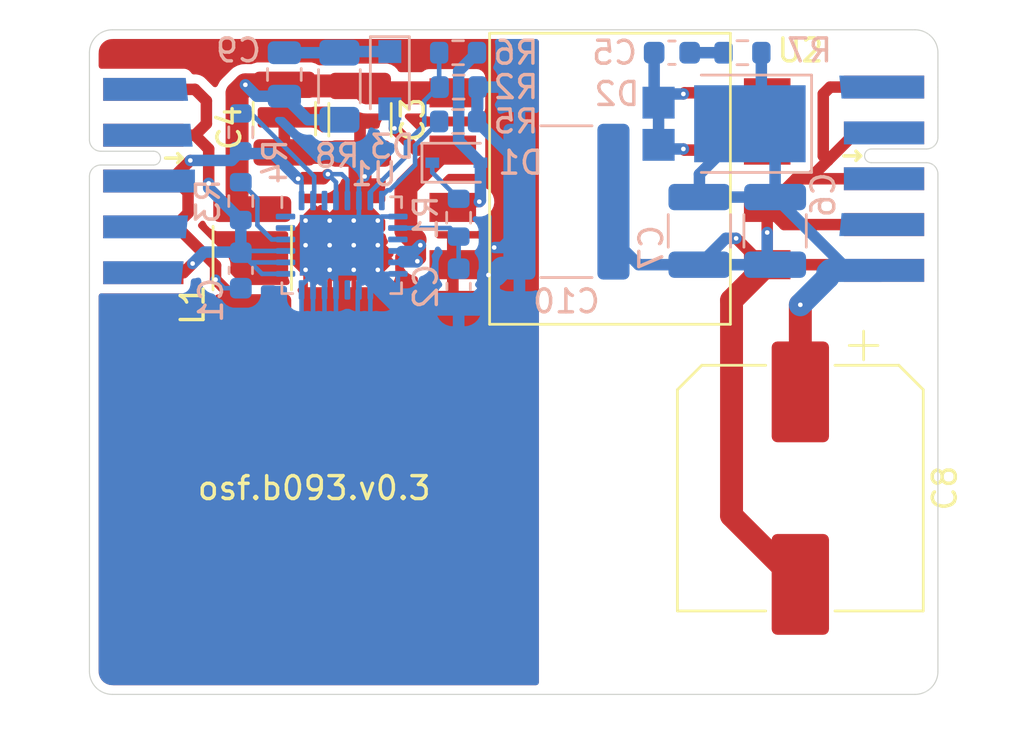
<source format=kicad_pcb>
(kicad_pcb (version 20211014) (generator pcbnew)
  (layers (0 "F.Cu" signal) (31 "B.Cu" signal) (34 "B.Paste" user) (35 "F.Paste" user) (36 "B.SilkS" user "B.Silkscreen") (37 "F.SilkS" user "F.Silkscreen") (38 "B.Mask" user) (39 "F.Mask" user) (44 "Edge.Cuts" user))
  (net 0 "")
  (net 1 "GND")
  (net 2 "Net-(R3-Pad1)")
  (net 3 "Net-(C2-Pad1)")
  (net 4 "/Controller/PoE-")
  (net 5 "/Controller/GNDPWR")
  (net 6 "/Controller/5V")
  (net 7 "Net-(R4-Pad2)")
  (net 8 "Net-(R5-Pad1)")
  (net 9 "/Controller/PoE+")
  (net 16 "Net-(C5-Pad1)")
  (net 17 "Net-(C5-Pad2)")
  (net 18 "Net-(D1-Pad1)")
  (net 19 "Net-(R2-Pad1)")
  (net 20 "Net-(C3-Pad1)")
  (net 21 "Net-(C9-Pad2)")
  (net 22 "Net-(D3-Pad2)")
  (net 23 "Net-(D1-Pad2)")
  (footprint "on_edge:on_edge_2x05_device" (layer "F.Cu") (at 77 80.6 -90)
    (fp_text reference "J1")
    (fp_text value "013_PoE_rectified")
    (fp_line (start -1 -4.05) (end -0.8 -3.85) (layer "F.SilkS") (width 0.153))
    (fp_line (start -1.2 -3.85) (end -1 -4.05) (layer "F.SilkS") (width 0.153))
    (fp_line (start -1 -4.05) (end -1 -3.323) (layer "F.SilkS") (width 0.153))
    (fp_line (start -0.2 0) (end 4 0) (layer "Edge.Cuts") (width 0.05))
    (fp_line (start -4 0) (end -1.8 0) (layer "Edge.Cuts") (width 0.05))
    (fp_line (start -0.7 -0.5) (end -0.7 -2.8) (layer "Edge.Cuts") (width 0.05))
    (fp_line (start -1.3 -2.8) (end -1.3 -0.5) (layer "Edge.Cuts") (width 0.05))
    (fp_arc (start -1.3 -2.8) (mid -1 -3.1) (end -0.7 -2.8) (layer "Edge.Cuts") (width 0.05))
    (fp_arc (start -1.3 -0.5) (mid -1.446447 -0.146447) (end -1.8 0) (layer "Edge.Cuts") (width 0.05))
    (fp_arc (start -0.2 0) (mid -0.553553 -0.146447) (end -0.7 -0.5) (layer "Edge.Cuts") (width 0.05))
    (pad "1" smd rect (at -4 -2.35 90) (size 1 3.5) (layers "F.Cu" "F.Mask") (net 4 "/Controller/PoE-"))
    (pad "2" smd rect (at -2 -2.35 270) (size 1 3.5) (layers "F.Cu" "F.Mask") (net 4 "/Controller/PoE-"))
    (pad "3" smd rect (at 0 -2.35 270) (size 1 3.5) (layers "F.Cu" "F.Mask") (net 9 "/Controller/PoE+"))
    (pad "4" smd rect (at 2 -2.35 90) (size 1 3.5) (layers "F.Cu" "F.Mask") (net 9 "/Controller/PoE+"))
    (pad "5" smd rect (at 4 -2.35 90) (size 1 3.5) (layers "F.Cu" "F.Mask") (net 4 "/Controller/PoE-"))
    (pad "6" smd custom (at -4 -2.4 270) (size 1 3.6) (layers "B.Cu" "B.Mask") (options (clearance outline) (anchor rect)) (primitives (gr_poly (pts (xy 0.5 -1.8) (xy 0.5 -1.9) (xy -0.5 -1.8)) (width 0) (fill yes))))
    (pad "7" smd custom (at -2 -2.1 270) (size 1 3) (layers "B.Cu" "B.Mask") (options (clearance outline) (anchor rect)) (primitives (gr_poly (pts (xy 0.3 -0.51) (xy 0.31 -0.62) (xy 0.33 -0.7) (xy 0.35 -0.76) (xy 0.37 -0.81) (xy 0.4 -0.86) (xy 0.44 -0.92) (xy 0.48 -0.97) (xy 0.5 -0.99) (xy 0.5 -2.4) (xy -0.5 -2.3) (xy -0.5 1.5) (xy 0.3 1.5)) (width 0) (fill yes))))
    (pad "8" smd rect (at 0 -2.6 270) (size 1 4) (layers "B.Cu" "B.Mask"))
    (pad "9" smd custom (at 2 -2.4 270) (size 1 3.6) (layers "B.Cu" "B.Mask") (options (clearance outline) (anchor rect)) (primitives (gr_poly (pts (xy -0.5 -1.8) (xy -0.5 -1.9) (xy 0.5 -1.8)) (width 0) (fill yes))))
    (pad "10" smd custom (at 4 -2.3 270) (size 1 3.4) (layers "B.Cu" "B.Mask") (options (clearance outline) (anchor rect)) (primitives (gr_poly (pts (xy -0.5 -1.7) (xy -0.5 -1.8) (xy 0.5 -1.7)) (width 0) (fill yes))))
  )
  (footprint "on_edge:on_edge_2x05_host" (layer "F.Cu") (at 114 80.5 -90)
    (fp_text reference "J2")
    (fp_text value "003_power")
    (fp_line (start -0.8 3.573) (end -1 3.373) (layer "F.SilkS") (width 0.153))
    (fp_line (start -1 4.1) (end -1 3.373) (layer "F.SilkS") (width 0.153))
    (fp_line (start -1 3.373) (end -1.2 3.573) (layer "F.SilkS") (width 0.153))
    (fp_line (start -4 0) (end -1.8 0) (layer "Edge.Cuts") (width 0.05))
    (fp_line (start -0.2 0) (end 4 0) (layer "Edge.Cuts") (width 0.05))
    (fp_line (start -0.7 2.9) (end -0.7 0.5) (layer "Edge.Cuts") (width 0.05))
    (fp_line (start -1.3 0.5) (end -1.3 2.9) (layer "Edge.Cuts") (width 0.05))
    (fp_arc (start -1.8 0) (mid -1.446447 0.146447) (end -1.3 0.5) (layer "Edge.Cuts") (width 0.05))
    (fp_arc (start -0.7 0.5) (mid -0.553553 0.146447) (end -0.2 0) (layer "Edge.Cuts") (width 0.05))
    (fp_arc (start -0.7 2.9) (mid -1 3.2) (end -1.3 2.9) (layer "Edge.Cuts") (width 0.05))
    (pad "1" smd rect (at -4 2.35 270) (size 1 3.5) (layers "F.Cu" "F.Mask") (net 1 "GND"))
    (pad "2" smd rect (at -2 2.35 270) (size 1 3.5) (layers "F.Cu" "F.Mask") (net 1 "GND"))
    (pad "3" smd rect (at 0 2.35 270) (size 1 3.5) (layers "F.Cu" "F.Mask") (net 1 "GND"))
    (pad "4" smd rect (at 2 2.35 270) (size 1 3.5) (layers "F.Cu" "F.Mask") (net 1 "GND"))
    (pad "5" smd rect (at 4 2.35 270) (size 1 3.5) (layers "F.Cu" "F.Mask") (net 1 "GND"))
    (pad "6" smd custom (at -4 2.4 90) (size 1 3.6) (layers "B.Cu" "B.Mask") (options (clearance outline) (anchor rect)) (primitives (gr_poly (pts (xy 0.5 -1.8) (xy -0.5 -1.8) (xy 0.5 -1.9)) (width 0) (fill yes))))
    (pad "7" smd rect (at -2 2.35 90) (size 1 3.5) (layers "B.Cu" "B.Mask"))
    (pad "8" smd rect (at 0 2.35 90) (size 1 3.5) (layers "B.Cu" "B.Mask"))
    (pad "9" smd custom (at 2 2.4 90) (size 1 3.6) (layers "B.Cu" "B.Mask") (options (clearance outline) (anchor rect)) (primitives (gr_poly (pts (xy 0.5 -1.8) (xy -0.5 -1.8) (xy -0.5 -1.9)) (width 0) (fill yes))))
    (pad "10" smd custom (at 4 2.5 90) (size 1 3.8) (layers "B.Cu" "B.Mask") (net 6 "/Controller/5V") (options (clearance outline) (anchor rect)) (primitives (gr_poly (pts (xy 0.5 -1.9) (xy -0.5 -1.9) (xy -0.5 -2)) (width 0) (fill yes))))
  )
  (footprint "Capacitor_SMD:C_1210_3225Metric" (layer "F.Cu") (at 85.5 77.875 -90)
    (fp_text reference "C4" (at 0.4 2.4 90) (layer "F.SilkS"))
    (fp_text value "10uF")
    (fp_line (start -0.711252 1.36) (end 0.711252 1.36) (layer "F.SilkS") (width 0.12))
    (fp_line (start -0.711252 -1.36) (end 0.711252 -1.36) (layer "F.SilkS") (width 0.12))
    (pad "1" smd roundrect locked (at -1.475 0 270) (size 1.15 2.7) (layers "F.Cu" "F.Paste" "F.Mask") (roundrect_rratio 0.217391) (net 20 "Net-(C3-Pad1)"))
    (pad "2" smd roundrect locked (at 1.475 0 270) (size 1.15 2.7) (layers "F.Cu" "F.Paste" "F.Mask") (roundrect_rratio 0.217391) (net 5 "/Controller/GNDPWR"))
  )
  (footprint "Capacitor_SMD:C_1210_3225Metric" (layer "F.Cu") (at 88.8 77.925 -90)
    (fp_text reference "C3" (at 0 -2.3 90) (layer "F.SilkS"))
    (fp_text value "2.2uF")
    (fp_line (start -0.711252 -1.36) (end 0.711252 -1.36) (layer "F.SilkS") (width 0.12))
    (fp_line (start -0.711252 1.36) (end 0.711252 1.36) (layer "F.SilkS") (width 0.12))
    (pad "1" smd roundrect locked (at -1.475 0 270) (size 1.15 2.7) (layers "F.Cu" "F.Paste" "F.Mask") (roundrect_rratio 0.217391) (net 20 "Net-(C3-Pad1)"))
    (pad "2" smd roundrect locked (at 1.475 0 270) (size 1.15 2.7) (layers "F.Cu" "F.Paste" "F.Mask") (roundrect_rratio 0.217391) (net 5 "/Controller/GNDPWR"))
  )
  (footprint "Inductor_SMD:L_1812_4532Metric" (layer "F.Cu") (at 84.1 83.9625 90)
    (fp_text reference "L1" (at -2.0375 -2.6 90) (layer "F.SilkS"))
    (fp_text value "0R")
    (fp_line (start -1.386252 1.71) (end 1.386252 1.71) (layer "F.SilkS") (width 0.12))
    (fp_line (start -1.386252 -1.71) (end 1.386252 -1.71) (layer "F.SilkS") (width 0.12))
    (pad "1" smd roundrect (at -2.1375 0 90) (size 1.125 3.4) (layers "F.Cu" "F.Paste" "F.Mask") (roundrect_rratio 0.222222) (net 9 "/Controller/PoE+"))
    (pad "2" smd roundrect (at 2.1375 0 90) (size 1.125 3.4) (layers "F.Cu" "F.Paste" "F.Mask") (roundrect_rratio 0.222222) (net 20 "Net-(C3-Pad1)"))
  )
  (footprint "Capacitor_SMD:CP_Elec_10x10.5" (layer "F.Cu") (at 108 94 -90)
    (fp_text reference "C8" (at 0 -6.3 90) (layer "F.SilkS"))
    (fp_text value "220uF")
    (fp_line (start 5.36 5.36) (end 5.36 1.51) (layer "F.SilkS") (width 0.12))
    (fp_line (start -4.295563 -5.36) (end 5.36 -5.36) (layer "F.SilkS") (width 0.12))
    (fp_line (start -6.225 -3.385) (end -6.225 -2.135) (layer "F.SilkS") (width 0.12))
    (fp_line (start -4.295563 5.36) (end 5.36 5.36) (layer "F.SilkS") (width 0.12))
    (fp_line (start -5.36 4.295563) (end -5.36 1.51) (layer "F.SilkS") (width 0.12))
    (fp_line (start -6.85 -2.76) (end -5.6 -2.76) (layer "F.SilkS") (width 0.12))
    (fp_line (start 5.36 -5.36) (end 5.36 -1.51) (layer "F.SilkS") (width 0.12))
    (fp_line (start -5.36 -4.295563) (end -5.36 -1.51) (layer "F.SilkS") (width 0.12))
    (fp_line (start -5.36 -4.295563) (end -4.295563 -5.36) (layer "F.SilkS") (width 0.12))
    (fp_line (start -5.36 4.295563) (end -4.295563 5.36) (layer "F.SilkS") (width 0.12))
    (pad "1" smd roundrect (at -4.2 0 270) (size 4.4 2.5) (layers "F.Cu" "F.Paste" "F.Mask") (roundrect_rratio 0.1) (net 6 "/Controller/5V"))
    (pad "2" smd roundrect (at 4.2 0 270) (size 4.4 2.5) (layers "F.Cu" "F.Paste" "F.Mask") (roundrect_rratio 0.1) (net 1 "GND"))
  )
  (footprint "local:Transformer_Coilcraft_POE70P" (layer "F.Cu") (at 99.7 80.5)
    (fp_text reference "U2" (at 8.3 -5.6) (layer "F.SilkS"))
    (fp_text value "POE70P-12L")
    (fp_line (start 5.25 -6.35) (end -5.25 -6.35) (layer "F.SilkS") (width 0.12))
    (fp_line (start -5.25 6.35) (end 5.25 6.35) (layer "F.SilkS") (width 0.12))
    (fp_line (start -5.25 -6.35) (end -5.25 6.35) (layer "F.SilkS") (width 0.12))
    (fp_line (start 5.25 6.35) (end 5.25 -6.35) (layer "F.SilkS") (width 0.12))
    (pad "1" smd rect locked (at -6.855 3.75) (size 2.03 1.27) (layers "F.Cu" "F.Paste" "F.Mask") (net 5 "/Controller/GNDPWR"))
    (pad "2" smd rect locked (at -6.855 1.25) (size 2.03 1.27) (layers "F.Cu" "F.Paste" "F.Mask") (net 23 "Net-(D1-Pad2)"))
    (pad "3" smd rect locked (at -6.855 -1.25) (size 2.03 1.27) (layers "F.Cu" "F.Paste" "F.Mask") (net 22 "Net-(D3-Pad2)"))
    (pad "4" smd rect locked (at -6.855 -3.75) (size 2.03 1.27) (layers "F.Cu" "F.Paste" "F.Mask") (net 20 "Net-(C3-Pad1)"))
    (pad "5" smd rect locked (at 6.855 -3.75) (size 2.03 1.27) (layers "F.Cu" "F.Paste" "F.Mask") (net 16 "Net-(C5-Pad1)"))
    (pad "6" smd rect locked (at 6.855 -1.25) (size 2.03 1.27) (layers "F.Cu" "F.Paste" "F.Mask") (net 16 "Net-(C5-Pad1)"))
    (pad "7" smd rect locked (at 6.855 1.25) (size 2.03 1.27) (layers "F.Cu" "F.Paste" "F.Mask") (net 1 "GND"))
    (pad "8" smd rect locked (at 6.855 3.75) (size 2.03 1.27) (layers "F.Cu" "F.Paste" "F.Mask") (net 1 "GND"))
  )
  (footprint "Capacitor_SMD:C_0603_1608Metric" (layer "B.Cu") (at 83.6 84.5 90)
    (fp_text reference "C1" (at -1.3 -1.3 90) (layer "B.SilkS") (effects (justify mirror)))
    (fp_text value "100n")
    (fp_line (start -0.14058 -0.51) (end 0.14058 -0.51) (layer "B.SilkS") (width 0.12))
    (fp_line (start -0.14058 0.51) (end 0.14058 0.51) (layer "B.SilkS") (width 0.12))
    (pad "1" smd roundrect locked (at -0.775 0 90) (size 0.9 0.95) (layers "B.Cu" "B.Paste" "B.Mask") (net 9 "/Controller/PoE+"))
    (pad "2" smd roundrect locked (at 0.775 0 90) (size 0.9 0.95) (layers "B.Cu" "B.Paste" "B.Mask") (net 4 "/Controller/PoE-"))
  )
  (footprint "Capacitor_SMD:C_0603_1608Metric" (layer "B.Cu") (at 93.1 85.2 -90)
    (fp_text reference "C2" (at 0 1.43 90) (layer "B.SilkS") (effects (justify mirror)))
    (fp_text value "1uF")
    (fp_line (start -0.14058 0.51) (end 0.14058 0.51) (layer "B.SilkS") (width 0.12))
    (fp_line (start -0.14058 -0.51) (end 0.14058 -0.51) (layer "B.SilkS") (width 0.12))
    (pad "1" smd roundrect locked (at -0.775 0 270) (size 0.9 0.95) (layers "B.Cu" "B.Paste" "B.Mask") (net 3 "Net-(C2-Pad1)"))
    (pad "2" smd roundrect locked (at 0.775 0 270) (size 0.9 0.95) (layers "B.Cu" "B.Paste" "B.Mask") (net 5 "/Controller/GNDPWR"))
  )
  (footprint "Resistor_SMD:R_0603_1608Metric" (layer "B.Cu") (at 83.6 81.475 -90)
    (fp_text reference "R3" (at 0 1.43 90) (layer "B.SilkS") (effects (justify mirror)))
    (fp_text value "41.2R")
    (fp_line (start -0.237258 0.5225) (end 0.237258 0.5225) (layer "B.SilkS") (width 0.12))
    (fp_line (start -0.237258 -0.5225) (end 0.237258 -0.5225) (layer "B.SilkS") (width 0.12))
    (pad "1" smd roundrect locked (at -0.825 0 270) (size 0.8 0.95) (layers "B.Cu" "B.Paste" "B.Mask") (net 2 "Net-(R3-Pad1)"))
    (pad "2" smd roundrect locked (at 0.825 0 270) (size 0.8 0.95) (layers "B.Cu" "B.Paste" "B.Mask") (net 4 "/Controller/PoE-"))
  )
  (footprint "Resistor_SMD:R_0603_1608Metric" (layer "B.Cu") (at 93.075 78)
    (fp_text reference "R5" (at 2.525 0) (layer "B.SilkS") (effects (justify mirror)))
    (fp_text value "49.9k")
    (fp_line (start -0.237258 -0.5225) (end 0.237258 -0.5225) (layer "B.SilkS") (width 0.12))
    (fp_line (start -0.237258 0.5225) (end 0.237258 0.5225) (layer "B.SilkS") (width 0.12))
    (pad "1" smd roundrect locked (at -0.825 0) (size 0.8 0.95) (layers "B.Cu" "B.Paste" "B.Mask") (net 8 "Net-(R5-Pad1)"))
    (pad "2" smd roundrect locked (at 0.825 0) (size 0.8 0.95) (layers "B.Cu" "B.Paste" "B.Mask") (net 5 "/Controller/GNDPWR"))
  )
  (footprint "Package_DFN_QFN:QFN-28-1EP_4x5mm_P0.5mm_EP2.65x3.65mm_ThermalVias" (layer "B.Cu") (at 88 83.4 -90)
    (fp_text reference "U1" (at -3.1 -1.4 180) (layer "B.SilkS") (effects (justify mirror)))
    (fp_text value "MP8007")
    (fp_line (start 2.11 2.61) (end 2.11 2.135) (layer "B.SilkS") (width 0.12))
    (fp_line (start 1.635 -2.61) (end 2.11 -2.61) (layer "B.SilkS") (width 0.12))
    (fp_line (start 1.635 2.61) (end 2.11 2.61) (layer "B.SilkS") (width 0.12))
    (fp_line (start -1.635 2.61) (end -2.11 2.61) (layer "B.SilkS") (width 0.12))
    (fp_line (start 2.11 -2.61) (end 2.11 -2.135) (layer "B.SilkS") (width 0.12))
    (fp_line (start -1.635 -2.61) (end -2.11 -2.61) (layer "B.SilkS") (width 0.12))
    (fp_line (start -2.11 -2.61) (end -2.11 -2.135) (layer "B.SilkS") (width 0.12))
    (pad "1" smd roundrect locked (at -1.95 1.75 270) (size 0.85 0.25) (layers "B.Cu" "B.Paste" "B.Mask") (net 9 "/Controller/PoE+"))
    (pad "2" smd roundrect locked (at -1.95 1.25 270) (size 0.85 0.25) (layers "B.Cu" "B.Paste" "B.Mask") (net 7 "Net-(R4-Pad2)"))
    (pad "3" smd roundrect locked (at -1.95 0.75 270) (size 0.85 0.25) (layers "B.Cu" "B.Paste" "B.Mask"))
    (pad "4" smd roundrect locked (at -1.95 0.25 270) (size 0.85 0.25) (layers "B.Cu" "B.Paste" "B.Mask") (net 9 "/Controller/PoE+"))
    (pad "5" smd roundrect locked (at -1.95 -0.25 270) (size 0.85 0.25) (layers "B.Cu" "B.Paste" "B.Mask") (net 9 "/Controller/PoE+"))
    (pad "6" smd roundrect locked (at -1.95 -0.75 270) (size 0.85 0.25) (layers "B.Cu" "B.Paste" "B.Mask") (net 5 "/Controller/GNDPWR"))
    (pad "7" smd roundrect locked (at -1.95 -1.25 270) (size 0.85 0.25) (layers "B.Cu" "B.Paste" "B.Mask") (net 19 "Net-(R2-Pad1)"))
    (pad "8" smd roundrect locked (at -1.95 -1.75 270) (size 0.85 0.25) (layers "B.Cu" "B.Paste" "B.Mask") (net 8 "Net-(R5-Pad1)"))
    (pad "9" smd roundrect locked (at -1.25 -2.45 270) (size 0.25 0.85) (layers "B.Cu" "B.Paste" "B.Mask") (net 5 "/Controller/GNDPWR"))
    (pad "10" smd roundrect locked (at -0.75 -2.45 270) (size 0.25 0.85) (layers "B.Cu" "B.Paste" "B.Mask") (net 3 "Net-(C2-Pad1)"))
    (pad "11" smd roundrect locked (at -0.25 -2.45 270) (size 0.25 0.85) (layers "B.Cu" "B.Paste" "B.Mask"))
    (pad "12" smd roundrect locked (at 0.25 -2.45 270) (size 0.25 0.85) (layers "B.Cu" "B.Paste" "B.Mask") (net 22 "Net-(D3-Pad2)"))
    (pad "13" smd roundrect locked (at 0.75 -2.45 270) (size 0.25 0.85) (layers "B.Cu" "B.Paste" "B.Mask") (net 22 "Net-(D3-Pad2)"))
    (pad "14" smd roundrect locked (at 1.25 -2.45 270) (size 0.25 0.85) (layers "B.Cu" "B.Paste" "B.Mask") (net 5 "/Controller/GNDPWR"))
    (pad "15" smd roundrect locked (at 1.95 -1.75 270) (size 0.85 0.25) (layers "B.Cu" "B.Paste" "B.Mask") (net 5 "/Controller/GNDPWR"))
    (pad "16" smd roundrect locked (at 1.95 -1.25 270) (size 0.85 0.25) (layers "B.Cu" "B.Paste" "B.Mask") (net 5 "/Controller/GNDPWR"))
    (pad "17" smd roundrect locked (at 1.95 -0.75 270) (size 0.85 0.25) (layers "B.Cu" "B.Paste" "B.Mask") (net 5 "/Controller/GNDPWR"))
    (pad "18" smd roundrect locked (at 1.95 -0.25 270) (size 0.85 0.25) (layers "B.Cu" "B.Paste" "B.Mask"))
    (pad "19" smd roundrect locked (at 1.95 0.25 270) (size 0.85 0.25) (layers "B.Cu" "B.Paste" "B.Mask") (net 5 "/Controller/GNDPWR"))
    (pad "20" smd roundrect locked (at 1.95 0.75 270) (size 0.85 0.25) (layers "B.Cu" "B.Paste" "B.Mask") (net 5 "/Controller/GNDPWR"))
    (pad "21" smd roundrect locked (at 1.95 1.25 270) (size 0.85 0.25) (layers "B.Cu" "B.Paste" "B.Mask") (net 5 "/Controller/GNDPWR"))
    (pad "22" smd roundrect locked (at 1.95 1.75 270) (size 0.85 0.25) (layers "B.Cu" "B.Paste" "B.Mask") (net 5 "/Controller/GNDPWR"))
    (pad "23" smd roundrect locked (at 1.25 2.45 270) (size 0.25 0.85) (layers "B.Cu" "B.Paste" "B.Mask") (net 4 "/Controller/PoE-"))
    (pad "24" smd roundrect locked (at 0.75 2.45 270) (size 0.25 0.85) (layers "B.Cu" "B.Paste" "B.Mask") (net 4 "/Controller/PoE-"))
    (pad "25" smd roundrect locked (at 0.25 2.45 270) (size 0.25 0.85) (layers "B.Cu" "B.Paste" "B.Mask") (net 4 "/Controller/PoE-"))
    (pad "26" smd roundrect locked (at -0.25 2.45 270) (size 0.25 0.85) (layers "B.Cu" "B.Paste" "B.Mask") (net 2 "Net-(R3-Pad1)"))
    (pad "27" smd roundrect locked (at -0.75 2.45 270) (size 0.25 0.85) (layers "B.Cu" "B.Paste" "B.Mask"))
    (pad "28" smd roundrect locked (at -1.25 2.45 270) (size 0.25 0.85) (layers "B.Cu" "B.Paste" "B.Mask"))
    (pad "29" thru_hole circle locked (at 1.075 -1.575 270) (size 0.5 0.5) (drill 0.2) (layers *.Cu) (net 5 "/Controller/GNDPWR"))
    (pad "29" thru_hole circle locked (at 0 1.575 270) (size 0.5 0.5) (drill 0.2) (layers *.Cu) (net 5 "/Controller/GNDPWR"))
    (pad "29" thru_hole circle locked (at 1.075 1.575 270) (size 0.5 0.5) (drill 0.2) (layers *.Cu) (net 5 "/Controller/GNDPWR"))
    (pad "29" thru_hole circle locked (at 1.075 0.525 270) (size 0.5 0.5) (drill 0.2) (layers *.Cu) (net 5 "/Controller/GNDPWR"))
    (pad "29" thru_hole circle locked (at -1.075 -1.575 270) (size 0.5 0.5) (drill 0.2) (layers *.Cu) (net 5 "/Controller/GNDPWR"))
    (pad "29" thru_hole circle locked (at 0 -1.575 270) (size 0.5 0.5) (drill 0.2) (layers *.Cu) (net 5 "/Controller/GNDPWR"))
    (pad "29" smd rect locked (at 0 0 270) (size 2.65 3.65) (layers "F.Cu") (net 5 "/Controller/GNDPWR"))
    (pad "29" thru_hole circle locked (at 1.075 -0.525 270) (size 0.5 0.5) (drill 0.2) (layers *.Cu) (net 5 "/Controller/GNDPWR"))
    (pad "29" thru_hole circle locked (at -1.075 0.525 270) (size 0.5 0.5) (drill 0.2) (layers *.Cu) (net 5 "/Controller/GNDPWR"))
    (pad "29" thru_hole circle locked (at -1.075 1.575 270) (size 0.5 0.5) (drill 0.2) (layers *.Cu) (net 5 "/Controller/GNDPWR"))
    (pad "29" thru_hole circle locked (at 0 -0.525 270) (size 0.5 0.5) (drill 0.2) (layers *.Cu) (net 5 "/Controller/GNDPWR"))
    (pad "29" thru_hole circle locked (at 0 0.525 270) (size 0.5 0.5) (drill 0.2) (layers *.Cu) (net 5 "/Controller/GNDPWR"))
    (pad "29" thru_hole circle locked (at -1.075 -0.525 270) (size 0.5 0.5) (drill 0.2) (layers *.Cu) (net 5 "/Controller/GNDPWR"))
    (pad "29" smd rect locked (at 0 0 270) (size 2.65 3.65) (layers "B.Cu" "B.Mask") (net 5 "/Controller/GNDPWR"))
  )
  (footprint "Resistor_SMD:R_0603_1608Metric" (layer "B.Cu") (at 83.6 78.475 90)
    (fp_text reference "R4" (at -1.275 1.5 90) (layer "B.SilkS") (effects (justify mirror)))
    (fp_text value "24.9k")
    (fp_line (start -0.237258 0.5225) (end 0.237258 0.5225) (layer "B.SilkS") (width 0.12))
    (fp_line (start -0.237258 -0.5225) (end 0.237258 -0.5225) (layer "B.SilkS") (width 0.12))
    (pad "1" smd roundrect locked (at -0.825 0 90) (size 0.8 0.95) (layers "B.Cu" "B.Paste" "B.Mask") (net 9 "/Controller/PoE+"))
    (pad "2" smd roundrect locked (at 0.825 0 90) (size 0.8 0.95) (layers "B.Cu" "B.Paste" "B.Mask") (net 7 "Net-(R4-Pad2)"))
  )
  (footprint "Capacitor_SMD:C_0805_2012Metric" (layer "B.Cu") (at 85.5 75.95 90)
    (fp_text reference "C9" (at 1.05 -2 180) (layer "B.SilkS") (effects (justify mirror)))
    (fp_text value "10n")
    (fp_line (start -0.261252 -0.735) (end 0.261252 -0.735) (layer "B.SilkS") (width 0.12))
    (fp_line (start -0.261252 0.735) (end 0.261252 0.735) (layer "B.SilkS") (width 0.12))
    (pad "1" smd roundrect (at -0.95 0 90) (size 1 1.45) (layers "B.Cu" "B.Paste" "B.Mask") (net 20 "Net-(C3-Pad1)"))
    (pad "2" smd roundrect (at 0.95 0 90) (size 1 1.45) (layers "B.Cu" "B.Paste" "B.Mask") (net 21 "Net-(C9-Pad2)"))
  )
  (footprint "Resistor_SMD:R_0603_1608Metric" (layer "B.Cu") (at 93.1 76.5)
    (fp_text reference "R2" (at 2.5 0) (layer "B.SilkS") (effects (justify mirror)))
    (fp_text value "20k")
    (fp_line (start -0.237258 0.5225) (end 0.237258 0.5225) (layer "B.SilkS") (width 0.12))
    (fp_line (start -0.237258 -0.5225) (end 0.237258 -0.5225) (layer "B.SilkS") (width 0.12))
    (pad "1" smd roundrect (at -0.825 0) (size 0.8 0.95) (layers "B.Cu" "B.Paste" "B.Mask") (net 19 "Net-(R2-Pad1)"))
    (pad "2" smd roundrect (at 0.825 0) (size 0.8 0.95) (layers "B.Cu" "B.Paste" "B.Mask") (net 5 "/Controller/GNDPWR"))
  )
  (footprint "Capacitor_SMD:C_1210_3225Metric" (layer "B.Cu") (at 103.6 82.775 -90)
    (fp_text reference "C7" (at 0.725 2.1 90) (layer "B.SilkS") (effects (justify mirror)))
    (fp_text value "47uF")
    (fp_line (start -0.711252 1.36) (end 0.711252 1.36) (layer "B.SilkS") (width 0.12))
    (fp_line (start -0.711252 -1.36) (end 0.711252 -1.36) (layer "B.SilkS") (width 0.12))
    (pad "1" smd roundrect (at -1.475 0 270) (size 1.15 2.7) (layers "B.Cu" "B.Paste" "B.Mask") (roundrect_rratio 0.217391) (net 6 "/Controller/5V"))
    (pad "2" smd roundrect (at 1.475 0 270) (size 1.15 2.7) (layers "B.Cu" "B.Paste" "B.Mask") (roundrect_rratio 0.217391) (net 1 "GND"))
  )
  (footprint "Resistor_SMD:R_0603_1608Metric" (layer "B.Cu") (at 93.1 82.2 -90)
    (fp_text reference "R1" (at 0 1.43 90) (layer "B.SilkS") (effects (justify mirror)))
    (fp_text value "1k")
    (fp_line (start -0.237258 0.5225) (end 0.237258 0.5225) (layer "B.SilkS") (width 0.12))
    (fp_line (start -0.237258 -0.5225) (end 0.237258 -0.5225) (layer "B.SilkS") (width 0.12))
    (pad "1" smd roundrect (at -0.825 0 270) (size 0.8 0.95) (layers "B.Cu" "B.Paste" "B.Mask") (net 18 "Net-(D1-Pad1)"))
    (pad "2" smd roundrect (at 0.825 0 270) (size 0.8 0.95) (layers "B.Cu" "B.Paste" "B.Mask") (net 3 "Net-(C2-Pad1)"))
  )
  (footprint "Capacitor_SMD:C_1210_3225Metric" (layer "B.Cu") (at 106.9 82.775 -90)
    (fp_text reference "C6" (at -1.575 -2.1 90) (layer "B.SilkS") (effects (justify mirror)))
    (fp_text value "47uF")
    (fp_line (start -0.711252 -1.36) (end 0.711252 -1.36) (layer "B.SilkS") (width 0.12))
    (fp_line (start -0.711252 1.36) (end 0.711252 1.36) (layer "B.SilkS") (width 0.12))
    (pad "1" smd roundrect (at -1.475 0 270) (size 1.15 2.7) (layers "B.Cu" "B.Paste" "B.Mask") (roundrect_rratio 0.217391) (net 6 "/Controller/5V"))
    (pad "2" smd roundrect (at 1.475 0 270) (size 1.15 2.7) (layers "B.Cu" "B.Paste" "B.Mask") (roundrect_rratio 0.217391) (net 1 "GND"))
  )
  (footprint "Resistor_SMD:R_0603_1608Metric" (layer "B.Cu") (at 93.075 75 180)
    (fp_text reference "R6" (at -2.525 0) (layer "B.SilkS") (effects (justify mirror)))
    (fp_text value "49.9k")
    (fp_line (start -0.237258 0.5225) (end 0.237258 0.5225) (layer "B.SilkS") (width 0.12))
    (fp_line (start -0.237258 -0.5225) (end 0.237258 -0.5225) (layer "B.SilkS") (width 0.12))
    (pad "1" smd roundrect (at -0.825 0 180) (size 0.8 0.95) (layers "B.Cu" "B.Paste" "B.Mask") (net 23 "Net-(D1-Pad2)"))
    (pad "2" smd roundrect (at 0.825 0 180) (size 0.8 0.95) (layers "B.Cu" "B.Paste" "B.Mask") (net 19 "Net-(R2-Pad1)"))
  )
  (footprint "Capacitor_SMD:C_0603_1608Metric" (layer "B.Cu") (at 102.4 75)
    (fp_text reference "C5" (at -2.5 0) (layer "B.SilkS") (effects (justify mirror)))
    (fp_text value "1nF")
    (fp_line (start -0.14058 -0.51) (end 0.14058 -0.51) (layer "B.SilkS") (width 0.12))
    (fp_line (start -0.14058 0.51) (end 0.14058 0.51) (layer "B.SilkS") (width 0.12))
    (pad "1" smd roundrect (at -0.775 0) (size 0.9 0.95) (layers "B.Cu" "B.Paste" "B.Mask") (net 16 "Net-(C5-Pad1)"))
    (pad "2" smd roundrect (at 0.775 0) (size 0.9 0.95) (layers "B.Cu" "B.Paste" "B.Mask") (net 17 "Net-(C5-Pad2)"))
  )
  (footprint "Diode_SMD:D_PowerDI-5" (layer "B.Cu") (at 104.68 78.1 180)
    (fp_text reference "D2" (at 4.68 1.3) (layer "B.SilkS") (effects (justify mirror)))
    (fp_text value "SBR8U60P5-7")
    (fp_line (start -3.81 -2.125) (end 1 -2.125) (layer "B.SilkS") (width 0.12))
    (fp_line (start 1 2.125) (end -3.81 2.125) (layer "B.SilkS") (width 0.12))
    (fp_line (start -3.81 -2.125) (end -3.81 2.125) (layer "B.SilkS") (width 0.12))
    (pad "1" smd rect (at -1.12 0) (size 4.86 3.36) (layers "B.Cu" "B.Paste" "B.Mask") (net 6 "/Controller/5V"))
    (pad "2" smd rect (at 2.862 -0.92) (size 1.4 1.39) (layers "B.Cu" "B.Paste" "B.Mask") (net 16 "Net-(C5-Pad1)"))
    (pad "2" smd rect (at 2.862 0.92) (size 1.4 1.39) (layers "B.Cu" "B.Paste" "B.Mask") (net 16 "Net-(C5-Pad1)"))
  )
  (footprint "Resistor_SMD:R_0603_1608Metric" (layer "B.Cu") (at 105.475 75 180)
    (fp_text reference "R7" (at -2.925 0.1) (layer "B.SilkS") (effects (justify mirror)))
    (fp_text value "20R")
    (fp_line (start -0.237258 0.5225) (end 0.237258 0.5225) (layer "B.SilkS") (width 0.12))
    (fp_line (start -0.237258 -0.5225) (end 0.237258 -0.5225) (layer "B.SilkS") (width 0.12))
    (pad "1" smd roundrect (at -0.825 0 180) (size 0.8 0.95) (layers "B.Cu" "B.Paste" "B.Mask") (net 6 "/Controller/5V"))
    (pad "2" smd roundrect (at 0.825 0 180) (size 0.8 0.95) (layers "B.Cu" "B.Paste" "B.Mask") (net 17 "Net-(C5-Pad2)"))
  )
  (footprint "Diode_SMD:D_SOD-323" (layer "B.Cu") (at 93 79.8)
    (fp_text reference "D1" (at 2.8 0) (layer "B.SilkS") (effects (justify mirror)))
    (fp_text value "1N4148")
    (fp_line (start -1.5 0.85) (end 1.05 0.85) (layer "B.SilkS") (width 0.12))
    (fp_line (start -1.5 0.85) (end -1.5 -0.85) (layer "B.SilkS") (width 0.12))
    (fp_line (start -1.5 -0.85) (end 1.05 -0.85) (layer "B.SilkS") (width 0.12))
    (pad "1" smd rect (at -1.05 0) (size 0.6 0.45) (layers "B.Cu" "B.Paste" "B.Mask") (net 18 "Net-(D1-Pad1)"))
    (pad "2" smd rect (at 1.05 0) (size 0.6 0.45) (layers "B.Cu" "B.Paste" "B.Mask") (net 23 "Net-(D1-Pad2)"))
  )
  (footprint "Diode_SMD:D_SOD-323_HandSoldering" (layer "B.Cu") (at 90.1 76.2 -90)
    (fp_text reference "D3" (at 2.9 -0.1 180) (layer "B.SilkS") (effects (justify mirror)))
    (fp_text value "BAV21")
    (fp_line (start -1.9 0.85) (end 1.25 0.85) (layer "B.SilkS") (width 0.12))
    (fp_line (start -1.9 0.85) (end -1.9 -0.85) (layer "B.SilkS") (width 0.12))
    (fp_line (start -1.9 -0.85) (end 1.25 -0.85) (layer "B.SilkS") (width 0.12))
    (pad "1" smd rect (at -1.25 0 270) (size 1 1) (layers "B.Cu" "B.Paste" "B.Mask") (net 21 "Net-(C9-Pad2)"))
    (pad "2" smd rect (at 1.25 0 270) (size 1 1) (layers "B.Cu" "B.Paste" "B.Mask") (net 22 "Net-(D3-Pad2)"))
  )
  (footprint "Resistor_SMD:R_1206_3216Metric" (layer "B.Cu") (at 87.9 76.4625 -90)
    (fp_text reference "R8" (at 3.0375 0.1 180) (layer "B.SilkS") (effects (justify mirror)))
    (fp_text value "10K")
    (fp_line (start -0.727064 0.91) (end 0.727064 0.91) (layer "B.SilkS") (width 0.12))
    (fp_line (start -0.727064 -0.91) (end 0.727064 -0.91) (layer "B.SilkS") (width 0.12))
    (pad "1" smd roundrect (at -1.4625 0 270) (size 1.125 1.75) (layers "B.Cu" "B.Paste" "B.Mask") (roundrect_rratio 0.222222) (net 21 "Net-(C9-Pad2)"))
    (pad "2" smd roundrect (at 1.4625 0 270) (size 1.125 1.75) (layers "B.Cu" "B.Paste" "B.Mask") (roundrect_rratio 0.222222) (net 20 "Net-(C3-Pad1)"))
  )
  (footprint "Capacitor_SMD:C_1825_4564Metric" (layer "B.Cu") (at 97.8 81.5)
    (fp_text reference "C10" (at 0 4.35) (layer "B.SilkS") (effects (justify mirror)))
    (fp_text value "1nF")
    (fp_line (start -1.115748 -3.31) (end 1.115748 -3.31) (layer "B.SilkS") (width 0.12))
    (fp_line (start -1.115748 3.31) (end 1.115748 3.31) (layer "B.SilkS") (width 0.12))
    (pad "1" smd roundrect (at -2.05 0) (size 1.4 6.8) (layers "B.Cu" "B.Paste" "B.Mask") (roundrect_rratio 0.178571) (net 5 "/Controller/GNDPWR"))
    (pad "2" smd roundrect (at 2.05 0) (size 1.4 6.8) (layers "B.Cu" "B.Paste" "B.Mask") (roundrect_rratio 0.178571) (net 1 "GND"))
  )
  (gr_line (start 113 103) (end 78 103) (layer "Edge.Cuts") (width 0.05))
  (gr_line (start 77 102) (end 77 84.6) (layer "Edge.Cuts") (width 0.05))
  (gr_line (start 78 74) (end 113 74) (layer "Edge.Cuts") (width 0.05))
  (gr_line (start 114 76.5) (end 114 75) (layer "Edge.Cuts") (width 0.05))
  (gr_line (start 77 76.6) (end 77 75) (layer "Edge.Cuts") (width 0.05))
  (gr_arc (start 113 74) (mid 113.707107 74.292893) (end 114 75) (layer "Edge.Cuts") (width 0.05))
  (gr_arc (start 77 75) (mid 77.292893 74.292893) (end 78 74) (layer "Edge.Cuts") (width 0.05))
  (gr_arc (start 78 103) (mid 77.292893 102.707107) (end 77 102) (layer "Edge.Cuts") (width 0.05))
  (gr_line (start 114 102) (end 114 84.5) (layer "Edge.Cuts") (width 0.05))
  (gr_arc (start 114 102) (mid 113.707107 102.707107) (end 113 103) (layer "Edge.Cuts") (width 0.05))
  (gr_text "osf.b093.v0.3" (at 86.8 94) (layer "F.SilkS") (effects (font (size 1 1))))
  (segment (start 108.4 80.5) (end 107.805 80.5) (width 0.5) (layer "F.Cu") (net 1))
  (segment (start 106.35 84.25) (end 105.2 83.1) (width 0.5) (layer "F.Cu") (net 1))
  (segment (start 109.2 79.7) (end 108.4 80.5) (width 0.5) (layer "F.Cu") (net 1))
  (segment (start 107.305 82.5) (end 106.555 81.75) (width 0.5) (layer "F.Cu") (net 1))
  (segment (start 111.65 80.5) (end 107.805 80.5) (width 0.5) (layer "F.Cu") (net 1))
  (segment (start 110.4 78.5) (end 109.2 79.7) (width 0.5) (layer "F.Cu") (net 1))
  (segment (start 106.555 81.75) (end 106.555 82.845) (width 0.5) (layer "F.Cu") (net 1))
  (segment (start 111.65 78.5) (end 110.4 78.5) (width 0.5) (layer "F.Cu") (net 1))
  (segment (start 106.555 82.845) (end 106.555 84.25) (width 0.5) (layer "F.Cu") (net 1))
  (segment (start 108 98.2) (end 105 95.2) (width 1) (layer "F.Cu") (net 1))
  (segment (start 109 76.8) (end 109 79.5) (width 0.5) (layer "F.Cu") (net 1))
  (segment (start 107.805 80.5) (end 106.555 81.75) (width 0.5) (layer "F.Cu") (net 1))
  (segment (start 109.3 76.5) (end 109 76.8) (width 0.5) (layer "F.Cu") (net 1))
  (segment (start 106.555 84.25) (end 106.35 84.25) (width 0.5) (layer "F.Cu") (net 1))
  (segment (start 111.65 76.5) (end 109.3 76.5) (width 0.5) (layer "F.Cu") (net 1))
  (segment (start 106.555 84.25) (end 111.4 84.25) (width 0.5) (layer "F.Cu") (net 1))
  (segment (start 105 95.2) (end 105 85.805) (width 1) (layer "F.Cu") (net 1))
  (segment (start 111.4 84.25) (end 111.65 84.5) (width 0.5) (layer "F.Cu") (net 1))
  (segment (start 111.65 82.5) (end 107.305 82.5) (width 0.5) (layer "F.Cu") (net 1))
  (segment (start 109 79.5) (end 109.2 79.7) (width 0.5) (layer "F.Cu") (net 1))
  (segment (start 105 85.805) (end 106.555 84.25) (width 1) (layer "F.Cu") (net 1))
  (via (at 105.2 83.1) (size 0.45) (drill 0.2) (layers "F.Cu" "B.Cu") (net 1))
  (via (at 106.555 82.845) (size 0.45) (drill 0.2) (layers "F.Cu" "B.Cu") (net 1))
  (segment (start 103.6 84.25) (end 100.95 84.25) (width 0.5) (layer "B.Cu") (net 1))
  (segment (start 105.2 83.1) (end 104.75 83.1) (width 0.5) (layer "B.Cu") (net 1))
  (segment (start 100.95 84.25) (end 99.85 83.15) (width 0.5) (layer "B.Cu") (net 1))
  (segment (start 99.85 83.15) (end 99.85 81.5) (width 0.5) (layer "B.Cu") (net 1))
  (segment (start 104.75 83.1) (end 103.6 84.25) (width 0.5) (layer "B.Cu") (net 1))
  (segment (start 106.555 82.845) (end 106.555 83.905) (width 0.5) (layer "B.Cu") (net 1))
  (segment (start 106.555 83.905) (end 106.9 84.25) (width 0.5) (layer "B.Cu") (net 1))
  (segment (start 103.6 84.25) (end 106.9 84.25) (width 0.5) (layer "B.Cu") (net 1))
  (segment (start 84.325 82.525) (end 84.325 81.375) (width 0.2) (layer "B.Cu") (net 2))
  (segment (start 85.55 83.15) (end 84.95 83.15) (width 0.2) (layer "B.Cu") (net 2))
  (segment (start 84.95 83.15) (end 84.325 82.525) (width 0.2) (layer "B.Cu") (net 2))
  (segment (start 84.325 81.375) (end 83.6 80.65) (width 0.2) (layer "B.Cu") (net 2))
  (segment (start 92.725 82.65) (end 93.1 83.025) (width 0.2) (layer "B.Cu") (net 3))
  (segment (start 90.45 82.65) (end 92.725 82.65) (width 0.2) (layer "B.Cu") (net 3))
  (segment (start 93.1 83.025) (end 93.1 84.425) (width 0.2) (layer "B.Cu") (net 3))
  (segment (start 82.2 79.2) (end 82.2 80.7) (width 0.5) (layer "F.Cu") (net 4))
  (segment (start 81.1 84.6) (end 81.5 84.2) (width 0.5) (layer "F.Cu") (net 4))
  (segment (start 82.1 78.1) (end 81.6 78.6) (width 0.5) (layer "F.Cu") (net 4))
  (segment (start 81.6 76.6) (end 82.1 77.1) (width 0.5) (layer "F.Cu") (net 4))
  (segment (start 79.35 84.6) (end 81.1 84.6) (width 0.5) (layer "F.Cu") (net 4))
  (segment (start 82.1 77.1) (end 82.1 78.1) (width 0.5) (layer "F.Cu") (net 4))
  (segment (start 81.6 78.6) (end 82.1 79.1) (width 0.5) (layer "F.Cu") (net 4))
  (segment (start 79.35 76.6) (end 81.6 76.6) (width 0.5) (layer "F.Cu") (net 4))
  (segment (start 82.1 79.1) (end 82.2 79.2) (width 0.5) (layer "F.Cu") (net 4))
  (segment (start 79.35 78.6) (end 81.6 78.6) (width 0.5) (layer "F.Cu") (net 4))
  (via (at 82.2 80.7) (size 0.45) (drill 0.2) (layers "F.Cu" "B.Cu") (net 4))
  (via (at 81.5 84.2) (size 0.45) (drill 0.2) (layers "F.Cu" "B.Cu") (net 4))
  (segment (start 83.575 83.7) (end 83.6 83.725) (width 0.5) (layer "B.Cu") (net 4))
  (segment (start 83.6 82.3) (end 83.6 83.725) (width 0.5) (layer "B.Cu") (net 4))
  (segment (start 84.525 84.65) (end 83.6 83.725) (width 0.2) (layer "B.Cu") (net 4))
  (segment (start 81.5 84.2) (end 82 83.7) (width 0.5) (layer "B.Cu") (net 4))
  (segment (start 82.2 80.7) (end 82.2 80.9) (width 0.5) (layer "B.Cu") (net 4))
  (segment (start 85.55 83.65) (end 83.675 83.65) (width 0.2) (layer "B.Cu") (net 4))
  (segment (start 85.55 84.15) (end 84.025 84.15) (width 0.2) (layer "B.Cu") (net 4))
  (segment (start 82 83.7) (end 83.575 83.7) (width 0.5) (layer "B.Cu") (net 4))
  (segment (start 82.2 80.9) (end 83.6 82.3) (width 0.5) (layer "B.Cu") (net 4))
  (segment (start 84.025 84.15) (end 83.6 83.725) (width 0.2) (layer "B.Cu") (net 4))
  (segment (start 85.55 84.65) (end 84.525 84.65) (width 0.2) (layer "B.Cu") (net 4))
  (segment (start 83.675 83.65) (end 83.6 83.725) (width 0.2) (layer "B.Cu") (net 4))
  (segment (start 88.8 79.4) (end 88.8 82.05) (width 1) (layer "F.Cu") (net 5))
  (segment (start 87.475 85.475) (end 87.8 85.8) (width 0.2) (layer "F.Cu") (net 5))
  (segment (start 88.525 85.625) (end 88.525 84.475) (width 0.2) (layer "F.Cu") (net 5))
  (segment (start 93.95 84.25) (end 94.4 84.7) (width 1) (layer "F.Cu") (net 5))
  (segment (start 93.8995 84.25) (end 94.6495 83.5) (width 1) (layer "F.Cu") (net 5))
  (segment (start 92.845 84.25) (end 93.95 84.25) (width 1) (layer "F.Cu") (net 5))
  (segment (start 90.3 85.6) (end 89.5 86.4) (width 0.2) (layer "F.Cu") (net 5))
  (segment (start 87.475 84.475) (end 87.475 85.475) (width 0.2) (layer "F.Cu") (net 5))
  (segment (start 89.575 84.475) (end 89.575 84.875) (width 0.2) (layer "F.Cu") (net 5))
  (segment (start 86.4 85.9) (end 86.425 85.875) (width 0.2) (layer "F.Cu") (net 5))
  (segment (start 88.75 79.35) (end 88.8 79.4) (width 1) (layer "F.Cu") (net 5))
  (segment (start 85.5 79.35) (end 88.75 79.35) (width 1) (layer "F.Cu") (net 5))
  (segment (start 89 79.6) (end 88.8 79.4) (width 0.2) (layer "F.Cu") (net 5))
  (segment (start 86.425 85.875) (end 86.425 84.475) (width 0.2) (layer "F.Cu") (net 5))
  (segment (start 88.8 82.05) (end 88.525 82.325) (width 1) (layer "F.Cu") (net 5))
  (segment (start 88.5 85.8) (end 88.6 85.7) (width 0.2) (layer "F.Cu") (net 5))
  (segment (start 89 80.4) (end 89 79.6) (width 0.2) (layer "F.Cu") (net 5))
  (segment (start 86.9 86.4) (end 86.4 85.9) (width 0.2) (layer "F.Cu") (net 5))
  (segment (start 87.8 85.8) (end 88.5 85.8) (width 0.2) (layer "F.Cu") (net 5))
  (segment (start 89.575 84.875) (end 90.3 85.6) (width 0.2) (layer "F.Cu") (net 5))
  (segment (start 89.5 86.4) (end 86.9 86.4) (width 0.2) (layer "F.Cu") (net 5))
  (segment (start 88.6 85.7) (end 88.525 85.625) (width 0.2) (layer "F.Cu") (net 5))
  (segment (start 92.845 84.25) (end 93.8995 84.25) (width 1) (layer "F.Cu") (net 5))
  (via (at 89 80.4) (size 0.45) (drill 0.2) (layers "F.Cu" "B.Cu") (net 5))
  (via (at 94.4 84.7) (size 0.45) (drill 0.2) (layers "F.Cu" "B.Cu") (net 5))
  (via (at 94.6495 83.5) (size 0.45) (drill 0.2) (layers "F.Cu" "B.Cu") (net 5))
  (segment (start 86.75 85.35) (end 86.75 84.8) (width 0.2) (layer "B.Cu") (net 5))
  (segment (start 87.25 85.35) (end 87.25 84.7) (width 0.2) (layer "B.Cu") (net 5))
  (segment (start 88.75 81.45) (end 88.75 80.65) (width 0.2) (layer "B.Cu") (net 5))
  (segment (start 89.25 84.8) (end 89.575 84.475) (width 0.2) (layer "B.Cu") (net 5))
  (segment (start 90.45 85.55) (end 90.875 85.975) (width 0.2) (layer "B.Cu") (net 5))
  (segment (start 94.4 84.7) (end 94.4 85.5) (width 1) (layer "B.Cu") (net 5))
  (segment (start 87.2 88.7) (end 88.7 87.2) (width 0.2) (layer "B.Cu") (net 5))
  (segment (start 90.575 85.975) (end 88 83.4) (width 1) (layer "B.Cu") (net 5))
  (segment (start 89.25 85.35) (end 89.25 86.55) (width 0.2) (layer "B.Cu") (net 5))
  (segment (start 88 82.55) (end 88.225 82.325) (width 0.2) (layer "B.Cu") (net 5))
  (segment (start 93.9 78) (end 93.9 76.525) (width 0.5) (layer "B.Cu") (net 5))
  (segment (start 86.25 85.35) (end 86.25 87.75) (width 0.2) (layer "B.Cu") (net 5))
  (segment (start 95 83.5) (end 94.675 83.5) (width 0.5) (layer "B.Cu") (net 5))
  (segment (start 88.7 87.2) (end 88.7 85.4) (width 0.2) (layer "B.Cu") (net 5))
  (segment (start 87.75 85.35) (end 87.75 84.75) (width 0.2) (layer "B.Cu") (net 5))
  (segment (start 94.7 84.7) (end 95 84.4) (width 1) (layer "B.Cu") (net 5))
  (segment (start 88.75 80.65) (end 89 80.4) (width 0.2) (layer "B.Cu") (net 5))
  (segment (start 87.25 85.35) (end 87.25 86.65) (width 0.2) (layer "B.Cu") (net 5))
  (segment (start 89.75 85.35) (end 89.75 84.65) (width 0.2) (layer "B.Cu") (net 5))
  (segment (start 89.25 86.55) (end 89.2 86.6) (width 0.2) (layer "B.Cu") (net 5))
  (segment (start 94.4 84.7) (end 94.7 84.7) (width 1) (layer "B.Cu") (net 5))
  (segment (start 90.45 84.65) (end 89.75 84.65) (width 0.2) (layer "B.Cu") (net 5))
  (segment (start 86.25 85.15) (end 88 83.4) (width 0.2) (layer "B.Cu") (net 5))
  (segment (start 88.75 85.35) (end 88.75 84.7) (width 0.2) (layer "B.Cu") (net 5))
  (segment (start 87.25 86.65) (end 87.2 86.7) (width 0.2) (layer "B.Cu") (net 5))
  (segment (start 90.45 82.15) (end 89.75 82.15) (width 0.2) (layer "B.Cu") (net 5))
  (segment (start 86.75 86.65) (end 86.75 85.35) (width 0.2) (layer "B.Cu") (net 5))
  (segment (start 86.25 87.75) (end 87.2 88.7) (width 0.2) (layer "B.Cu") (net 5))
  (segment (start 93.1 85.975) (end 90.575 85.975) (width 1) (layer "B.Cu") (net 5))
  (segment (start 88.5 83.2) (end 88.5 82.6) (width 0.2) (layer "B.Cu") (net 5))
  (segment (start 93.9 76.525) (end 93.925 76.5) (width 0.5) (layer "B.Cu") (net 5))
  (segment (start 88.7 85.4) (end 88.75 85.35) (width 0.2) (layer "B.Cu") (net 5))
  (segment (start 87.8 86.6) (end 87.75 86.55) (width 0.2) (layer "B.Cu") (net 5))
  (segment (start 88.75 84.7) (end 88.525 84.475) (width 0.2) (layer "B.Cu") (net 5))
  (segment (start 86.75 84.8) (end 86.425 84.475) (width 0.2) (layer "B.Cu") (net 5))
  (segment (start 93.925 85.975) (end 93.1 85.975) (width 1) (layer "B.Cu") (net 5))
  (segment (start 88.5 82.6) (end 88.225 82.325) (width 0.2) (layer "B.Cu") (net 5))
  (segment (start 89.75 84.65) (end 89.575 84.475) (width 0.2) (layer "B.Cu") (net 5))
  (segment (start 90.45 84.65) (end 90.45 85.55) (width 0.2) (layer "B.Cu") (net 5))
  (segment (start 86.25 85.35) (end 86.25 85.15) (width 0.2) (layer "B.Cu") (net 5))
  (segment (start 95.75 81.5) (end 95.75 79.85) (width 0.5) (layer "B.Cu") (net 5))
  (segment (start 87.75 84.75) (end 87.475 84.475) (width 0.2) (layer "B.Cu") (net 5))
  (segment (start 94.4 85.5) (end 93.925 85.975) (width 1) (layer "B.Cu") (net 5))
  (segment (start 89.2 86.6) (end 87.8 86.6) (width 0.2) (layer "B.Cu") (net 5))
  (segment (start 88 83.2) (end 88 82.55) (width 0.2) (layer "B.Cu") (net 5))
  (segment (start 88.75 82.1) (end 88.525 82.325) (width 0.2) (layer "B.Cu") (net 5))
  (segment (start 87.2 86.7) (end 86.8 86.7) (width 0.2) (layer "B.Cu") (net 5))
  (segment (start 89.25 85.35) (end 89.25 84.8) (width 0.2) (layer "B.Cu") (net 5))
  (segment (start 87.25 84.7) (end 87.475 84.475) (width 0.2) (layer "B.Cu") (net 5))
  (segment (start 95.75 79.85) (end 93.9 78) (width 0.5) (layer "B.Cu") (net 5))
  (segment (start 90.875 85.975) (end 93.1 85.975) (width 0.2) (layer "B.Cu") (net 5))
  (segment (start 95.75 82.75) (end 95 83.5) (width 0.5) (layer "B.Cu") (net 5))
  (segment (start 95.75 81.5) (end 95.75 82.75) (width 0.5) (layer "B.Cu") (net 5))
  (segment (start 86.8 86.7) (end 86.75 86.65) (width 0.2) (layer "B.Cu") (net 5))
  (segment (start 89.75 82.15) (end 89.575 82.325) (width 0.2) (layer "B.Cu") (net 5))
  (segment (start 87.75 86.55) (end 87.75 85.35) (width 0.2) (layer "B.Cu") (net 5))
  (segment (start 88.75 81.45) (end 88.75 82.1) (width 0.2) (layer "B.Cu") (net 5))
  (segment (start 108 89.8) (end 108 86) (width 1) (layer "F.Cu") (net 6))
  (via (at 108 86) (size 0.45) (drill 0.2) (layers "F.Cu" "B.Cu") (net 6))
  (segment (start 103.6 81.3) (end 103.6 80.3) (width 0.5) (layer "B.Cu") (net 6))
  (segment (start 109.2 84.8) (end 109.2 84.6) (width 1) (layer "B.Cu") (net 6))
  (segment (start 106.3 77.6) (end 105.8 78.1) (width 0.5) (layer "B.Cu") (net 6))
  (segment (start 109.3 84.5) (end 111.5 84.5) (width 1) (layer "B.Cu") (net 6))
  (segment (start 103.6 80.3) (end 105.8 78.1) (width 0.5) (layer "B.Cu") (net 6))
  (segment (start 103.6 81.3) (end 106.9 81.3) (width 0.5) (layer "B.Cu") (net 6))
  (segment (start 106.3 75) (end 106.3 77.6) (width 0.5) (layer "B.Cu") (net 6))
  (segment (start 108 86) (end 109.2 84.8) (width 1) (layer "B.Cu") (net 6))
  (segment (start 110.1 84.5) (end 106.9 81.3) (width 0.5) (layer "B.Cu") (net 6))
  (segment (start 111.5 84.5) (end 110.1 84.5) (width 0.5) (layer "B.Cu") (net 6))
  (segment (start 106.9 81.3) (end 106.9 79.2) (width 0.5) (layer "B.Cu") (net 6))
  (segment (start 106.9 79.2) (end 105.8 78.1) (width 0.5) (layer "B.Cu") (net 6))
  (segment (start 109.2 84.6) (end 109.3 84.5) (width 1) (layer "B.Cu") (net 6))
  (segment (start 86.8 81.4) (end 86.75 81.45) (width 0.2) (layer "B.Cu") (net 7))
  (segment (start 84.05 77.65) (end 86.8 80.4) (width 0.2) (layer "B.Cu") (net 7))
  (segment (start 83.6 77.65) (end 84.05 77.65) (width 0.2) (layer "B.Cu") (net 7))
  (segment (start 86.8 80.4) (end 86.8 81.4) (width 0.2) (layer "B.Cu") (net 7))
  (segment (start 89.75 81.25) (end 89.75 81.45) (width 0.2) (layer "B.Cu") (net 8))
  (segment (start 90 81) (end 89.75 81.25) (width 0.2) (layer "B.Cu") (net 8))
  (segment (start 90.1 81) (end 90 81) (width 0.2) (layer "B.Cu") (net 8))
  (segment (start 91.2 79.9) (end 90.1 81) (width 0.2) (layer "B.Cu") (net 8))
  (segment (start 92.25 78) (end 91.2 79.05) (width 0.2) (layer "B.Cu") (net 8))
  (segment (start 91.2 79.05) (end 91.2 79.9) (width 0.2) (layer "B.Cu") (net 8))
  (segment (start 83.7 86.1) (end 82.5 84.9) (width 0.5) (layer "F.Cu") (net 9))
  (segment (start 79.35 80.6) (end 80.8 80.6) (width 0.5) (layer "F.Cu") (net 9))
  (segment (start 86.3 80.3) (end 86.1 80.5) (width 0.2) (layer "F.Cu") (net 9))
  (segment (start 87.4 80.3) (end 86.3 80.3) (width 0.2) (layer "F.Cu") (net 9))
  (segment (start 80.8 80.6) (end 81.3 81.1) (width 0.5) (layer "F.Cu") (net 9))
  (segment (start 80.5 80.6) (end 79.35 80.6) (width 0.5) (layer "F.Cu") (net 9))
  (segment (start 87.2 80.5) (end 87.377881 80.322119) (width 0.5) (layer "F.Cu") (net 9))
  (segment (start 80.819238 82.6) (end 79.35 82.6) (width 0.5) (layer "F.Cu") (net 9))
  (segment (start 84.1 86.1) (end 83.7 86.1) (width 0.5) (layer "F.Cu") (net 9))
  (segment (start 81.3 81.1) (end 81.3 82) (width 0.5) (layer "F.Cu") (net 9))
  (segment (start 80.7 82.6) (end 79.35 82.6) (width 0.5) (layer "F.Cu") (net 9))
  (segment (start 82.5 84.9) (end 82.5 84.280762) (width 0.5) (layer "F.Cu") (net 9))
  (segment (start 82.5 84.280762) (end 80.819238 82.6) (width 0.5) (layer "F.Cu") (net 9))
  (segment (start 81.4 79.7) (end 80.5 80.6) (width 0.5) (layer "F.Cu") (net 9))
  (segment (start 81.3 82) (end 80.7 82.6) (width 0.5) (layer "F.Cu") (net 9))
  (segment (start 86.1 80.5) (end 87.2 80.5) (width 0.5) (layer "F.Cu") (net 9))
  (via (at 87.4 80.3) (size 0.45) (drill 0.2) (layers "F.Cu" "B.Cu") (net 9))
  (via (at 82.5 84.9) (size 0.45) (drill 0.2) (layers "F.Cu" "B.Cu") (net 9))
  (via (at 86.1 80.5) (size 0.45) (drill 0.2) (layers "F.Cu" "B.Cu") (net 9))
  (via (at 81.4 79.7) (size 0.45) (drill 0.2) (layers "F.Cu" "B.Cu") (net 9))
  (segment (start 83.6 79.3) (end 83.5 79.4) (width 0.5) (layer "B.Cu") (net 9))
  (segment (start 83.5 79.4) (end 85 79.4) (width 0.5) (layer "B.Cu") (net 9))
  (segment (start 88.25 80.55) (end 88 80.3) (width 0.2) (layer "B.Cu") (net 9))
  (segment (start 83.6 79.3) (end 83.2 79.7) (width 0.5) (layer "B.Cu") (net 9))
  (segment (start 88 80.3) (end 87.4 80.3) (width 0.2) (layer "B.Cu") (net 9))
  (segment (start 86.25 80.65) (end 86.1 80.5) (width 0.2) (layer "B.Cu") (net 9))
  (segment (start 87.75 81.45) (end 87.75 80.65) (width 0.2) (layer "B.Cu") (net 9))
  (segment (start 86.25 81.45) (end 86.25 80.65) (width 0.2) (layer "B.Cu") (net 9))
  (segment (start 83.6 85.275) (end 82.875 85.275) (width 0.2) (layer "B.Cu") (net 9))
  (segment (start 85 79.4) (end 86.1 80.5) (width 0.5) (layer "B.Cu") (net 9))
  (segment (start 87.75 80.65) (end 87.4 80.3) (width 0.2) (layer "B.Cu") (net 9))
  (segment (start 83.2 79.7) (end 81.4 79.7) (width 0.5) (layer "B.Cu") (net 9))
  (segment (start 88.25 81.45) (end 88.25 80.55) (width 0.2) (layer "B.Cu") (net 9))
  (segment (start 82.875 85.275) (end 82.5 84.9) (width 0.2) (layer "B.Cu") (net 9))
  (segment (start 102.95 79.25) (end 102.9 79.2) (width 0.5) (layer "F.Cu") (net 16))
  (segment (start 102.95 76.75) (end 102.9 76.8) (width 0.5) (layer "F.Cu") (net 16))
  (segment (start 106.555 76.75) (end 102.95 76.75) (width 0.5) (layer "F.Cu") (net 16))
  (segment (start 106.555 79.25) (end 102.95 79.25) (width 0.5) (layer "F.Cu") (net 16))
  (segment (start 106.555 79.25) (end 106.555 76.75) (width 0.5) (layer "F.Cu") (net 16))
  (via (at 102.9 79.2) (size 0.45) (drill 0.2) (layers "F.Cu" "B.Cu") (net 16))
  (via (at 102.9 76.8) (size 0.45) (drill 0.2) (layers "F.Cu" "B.Cu") (net 16))
  (segment (start 101.998 79.2) (end 101.818 79.02) (width 0.5) (layer "B.Cu") (net 16))
  (segment (start 101.818 79.02) (end 101.818 77.18) (width 0.5) (layer "B.Cu") (net 16))
  (segment (start 102.198 76.8) (end 101.818 77.18) (width 0.5) (layer "B.Cu") (net 16))
  (segment (start 101.625 75) (end 101.625 76.987) (width 0.5) (layer "B.Cu") (net 16))
  (segment (start 102.9 79.2) (end 101.998 79.2) (width 0.5) (layer "B.Cu") (net 16))
  (segment (start 102.9 76.8) (end 102.198 76.8) (width 0.5) (layer "B.Cu") (net 16))
  (segment (start 101.625 76.987) (end 101.818 77.18) (width 0.5) (layer "B.Cu") (net 16))
  (segment (start 103.175 75) (end 104.65 75) (width 0.5) (layer "B.Cu") (net 17))
  (segment (start 91.95 80.225) (end 93.1 81.375) (width 0.2) (layer "B.Cu") (net 18))
  (segment (start 91.95 79.8) (end 91.95 80.225) (width 0.2) (layer "B.Cu") (net 18))
  (segment (start 90.8 78.9) (end 90.855026 78.9) (width 0.2) (layer "B.Cu") (net 19))
  (segment (start 92.25 75) (end 92.25 76.475) (width 0.2) (layer "B.Cu") (net 19))
  (segment (start 89.25 81.083058) (end 90.8 79.533058) (width 0.2) (layer "B.Cu") (net 19))
  (segment (start 90.855026 78.9) (end 91.6 78.155026) (width 0.2) (layer "B.Cu") (net 19))
  (segment (start 92.2 76.5) (end 92.275 76.5) (width 0.2) (layer "B.Cu") (net 19))
  (segment (start 91.6 78.155026) (end 91.6 77.1) (width 0.2) (layer "B.Cu") (net 19))
  (segment (start 92.25 76.475) (end 92.275 76.5) (width 0.2) (layer "B.Cu") (net 19))
  (segment (start 89.25 81.45) (end 89.25 81.083058) (width 0.2) (layer "B.Cu") (net 19))
  (segment (start 91.6 77.1) (end 92.2 76.5) (width 0.2) (layer "B.Cu") (net 19))
  (segment (start 90.8 79.533058) (end 90.8 78.9) (width 0.2) (layer "B.Cu") (net 19))
  (segment (start 83.4375 76.7625) (end 83.4375 81.1625) (width 1) (layer "F.Cu") (net 20))
  (segment (start 83.8 76.4) (end 83.4375 76.7625) (width 1) (layer "F.Cu") (net 20))
  (segment (start 85.55 76.45) (end 85.5 76.4) (width 1) (layer "F.Cu") (net 20))
  (segment (start 92.845 76.75) (end 89.1 76.75) (width 1) (layer "F.Cu") (net 20))
  (segment (start 84.1 81.825) (end 83.4375 81.1625) (width 0.5) (layer "F.Cu") (net 20))
  (segment (start 89.1 76.75) (end 88.8 76.45) (width 1) (layer "F.Cu") (net 20))
  (segment (start 88.8 76.45) (end 85.55 76.45) (width 1) (layer "F.Cu") (net 20))
  (segment (start 85.5 76.4) (end 83.8 76.4) (width 1) (layer "F.Cu") (net 20))
  (via (at 83.8 76.4) (size 0.45) (drill 0.2) (layers "F.Cu" "B.Cu") (net 20))
  (segment (start 84.3 76.9) (end 83.8 76.4) (width 0.5) (layer "B.Cu") (net 20))
  (segment (start 86.525 77.925) (end 85.5 76.9) (width 0.5) (layer "B.Cu") (net 20))
  (segment (start 87.9 77.925) (end 86.525 77.925) (width 0.5) (layer "B.Cu") (net 20))
  (segment (start 85.5 76.9) (end 84.3 76.9) (width 0.5) (layer "B.Cu") (net 20))
  (segment (start 87.9 75) (end 85.5 75) (width 0.5) (layer "B.Cu") (net 21))
  (segment (start 90.1 74.95) (end 87.95 74.95) (width 0.5) (layer "B.Cu") (net 21))
  (segment (start 87.95 74.95) (end 87.9 75) (width 0.5) (layer "B.Cu") (net 21))
  (segment (start 91.43 83.4) (end 91.43 83.97) (width 0.5) (layer "F.Cu") (net 22))
  (segment (start 92.845 79.25) (end 92.395 79.25) (width 1) (layer "F.Cu") (net 22))
  (segment (start 91.25 79.25) (end 90.3 78.3) (width 0.5) (layer "F.Cu") (net 22))
  (segment (start 92.395 79.25) (end 90.8 80.845) (width 1) (layer "F.Cu") (net 22))
  (segment (start 90.8 80.845) (end 90.8 82.77) (width 1) (layer "F.Cu") (net 22))
  (segment (start 90.8 82.77) (end 91.2 83.17) (width 1) (layer "F.Cu") (net 22))
  (segment (start 91.43 83.97) (end 91.3 84.1) (width 0.5) (layer "F.Cu") (net 22))
  (segment (start 91.2 83.17) (end 91.43 83.4) (width 0.5) (layer "F.Cu") (net 22))
  (segment (start 92.845 79.25) (end 91.25 79.25) (width 0.5) (layer "F.Cu") (net 22))
  (via (at 91.3 84.1) (size 0.45) (drill 0.2) (layers "F.Cu" "B.Cu") (net 22))
  (via (at 91.43 83.4) (size 0.45) (drill 0.2) (layers "F.Cu" "B.Cu") (net 22))
  (via (at 90.3 78.3) (size 0.45) (drill 0.2) (layers "F.Cu" "B.Cu") (net 22))
  (segment (start 90.3 77.65) (end 90.1 77.45) (width 0.5) (layer "B.Cu") (net 22))
  (segment (start 91.275 84.125) (end 90.675 84.125) (width 0.5) (layer "B.Cu") (net 22))
  (segment (start 91.125 83.675) (end 90.620926 83.675) (width 0.5) (layer "B.Cu") (net 22))
  (segment (start 91.43 83.4) (end 91.155 83.675) (width 0.5) (layer "B.Cu") (net 22))
  (segment (start 90.3 78.3) (end 90.3 77.65) (width 0.5) (layer "B.Cu") (net 22))
  (segment (start 90.675 84.125) (end 91.125 83.675) (width 0.5) (layer "B.Cu") (net 22))
  (segment (start 91.155 83.675) (end 91.125 83.675) (width 0.5) (layer "B.Cu") (net 22))
  (segment (start 91.3 84.1) (end 91.275 84.125) (width 0.5) (layer "B.Cu") (net 22))
  (segment (start 93.095 81.5) (end 92.845 81.75) (width 0.5) (layer "F.Cu") (net 23))
  (segment (start 94 81.5) (end 93.095 81.5) (width 0.5) (layer "F.Cu") (net 23))
  (via (at 94 81.5) (size 0.45) (drill 0.2) (layers "F.Cu" "B.Cu") (net 23))
  (segment (start 94.05 79.8) (end 94.05 81.45) (width 0.5) (layer "B.Cu") (net 23))
  (segment (start 94.05 79.8) (end 93.1 78.85) (width 0.5) (layer "B.Cu") (net 23))
  (segment (start 93.1 75.8) (end 93.9 75) (width 0.5) (layer "B.Cu") (net 23))
  (segment (start 94.05 81.45) (end 94 81.5) (width 0.5) (layer "B.Cu") (net 23))
  (segment (start 93.1 78.85) (end 93.1 75.8) (width 0.5) (layer "B.Cu") (net 23))
  (zone (net 5) (net_name "/Controller/GNDPWR") (layers F&B.Cu) (connect_pads (clearance 0.4)) (min_thickness 0.254) (fill yes (thermal_gap 0.508) (thermal_bridge_width 0.508))
    (polygon (pts (xy 96.6 105.6) (xy 73.1 105.6) (xy 73.4 72.8) (xy 96.6 72.7)))
  )
)
</source>
